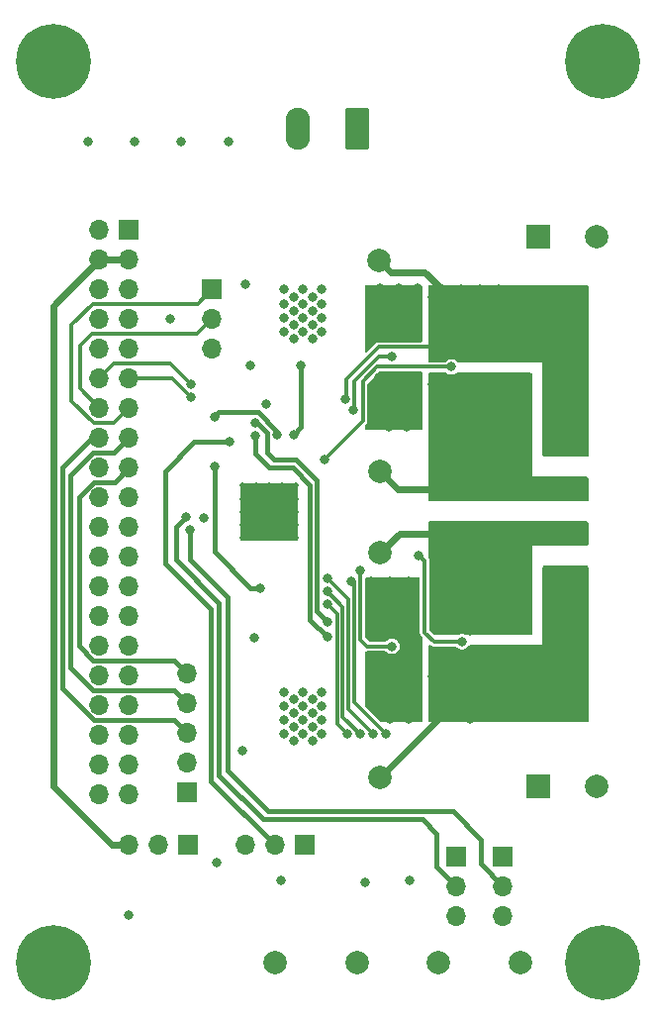
<source format=gbl>
%TF.GenerationSoftware,KiCad,Pcbnew,(6.0.5)*%
%TF.CreationDate,2024-12-30T17:36:42+01:00*%
%TF.ProjectId,TMC5160_Dev,544d4335-3136-4305-9f44-65762e6b6963,rev?*%
%TF.SameCoordinates,Original*%
%TF.FileFunction,Copper,L4,Bot*%
%TF.FilePolarity,Positive*%
%FSLAX46Y46*%
G04 Gerber Fmt 4.6, Leading zero omitted, Abs format (unit mm)*
G04 Created by KiCad (PCBNEW (6.0.5)) date 2024-12-30 17:36:42*
%MOMM*%
%LPD*%
G01*
G04 APERTURE LIST*
G04 Aperture macros list*
%AMRoundRect*
0 Rectangle with rounded corners*
0 $1 Rounding radius*
0 $2 $3 $4 $5 $6 $7 $8 $9 X,Y pos of 4 corners*
0 Add a 4 corners polygon primitive as box body*
4,1,4,$2,$3,$4,$5,$6,$7,$8,$9,$2,$3,0*
0 Add four circle primitives for the rounded corners*
1,1,$1+$1,$2,$3*
1,1,$1+$1,$4,$5*
1,1,$1+$1,$6,$7*
1,1,$1+$1,$8,$9*
0 Add four rect primitives between the rounded corners*
20,1,$1+$1,$2,$3,$4,$5,0*
20,1,$1+$1,$4,$5,$6,$7,0*
20,1,$1+$1,$6,$7,$8,$9,0*
20,1,$1+$1,$8,$9,$2,$3,0*%
G04 Aperture macros list end*
%TA.AperFunction,ComponentPad*%
%ADD10R,2.000000X2.000000*%
%TD*%
%TA.AperFunction,ComponentPad*%
%ADD11C,2.000000*%
%TD*%
%TA.AperFunction,ComponentPad*%
%ADD12RoundRect,0.249999X0.790001X1.550001X-0.790001X1.550001X-0.790001X-1.550001X0.790001X-1.550001X0*%
%TD*%
%TA.AperFunction,ComponentPad*%
%ADD13O,2.080000X3.600000*%
%TD*%
%TA.AperFunction,ComponentPad*%
%ADD14R,1.700000X1.700000*%
%TD*%
%TA.AperFunction,ComponentPad*%
%ADD15O,1.700000X1.700000*%
%TD*%
%TA.AperFunction,ComponentPad*%
%ADD16C,6.400000*%
%TD*%
%TA.AperFunction,ComponentPad*%
%ADD17C,0.500000*%
%TD*%
%TA.AperFunction,SMDPad,CuDef*%
%ADD18R,5.000000X5.000000*%
%TD*%
%TA.AperFunction,ComponentPad*%
%ADD19RoundRect,0.250000X1.550000X-0.650000X1.550000X0.650000X-1.550000X0.650000X-1.550000X-0.650000X0*%
%TD*%
%TA.AperFunction,ComponentPad*%
%ADD20O,3.600000X1.800000*%
%TD*%
%TA.AperFunction,ViaPad*%
%ADD21C,0.800000*%
%TD*%
%TA.AperFunction,Conductor*%
%ADD22C,0.600000*%
%TD*%
%TA.AperFunction,Conductor*%
%ADD23C,0.400000*%
%TD*%
%TA.AperFunction,Conductor*%
%ADD24C,0.300000*%
%TD*%
G04 APERTURE END LIST*
D10*
%TO.P,C15,1*%
%TO.N,/VM*%
X166542323Y-82000000D03*
D11*
%TO.P,C15,2*%
%TO.N,GND*%
X171542323Y-82000000D03*
%TD*%
D12*
%TO.P,J6,1,Pin_1*%
%TO.N,/VM*%
X151040000Y-72777500D03*
D13*
%TO.P,J6,2,Pin_2*%
%TO.N,GND*%
X145960000Y-72777500D03*
%TD*%
D14*
%TO.P,J9,1,Pin_1*%
%TO.N,/STEP*%
X138600000Y-86460000D03*
D15*
%TO.P,J9,2,Pin_2*%
%TO.N,/DIR*%
X138600000Y-89000000D03*
%TO.P,J9,3,Pin_3*%
%TO.N,GND*%
X138600000Y-91540000D03*
%TD*%
D16*
%TO.P,H2,1,1*%
%TO.N,GND*%
X172000000Y-67000000D03*
%TD*%
%TO.P,H4,1,1*%
%TO.N,GND*%
X172000000Y-144000000D03*
%TD*%
D11*
%TO.P,TP5,1,1*%
%TO.N,/BMB1*%
X152900000Y-84000000D03*
%TD*%
D17*
%TO.P,U1,49,EP*%
%TO.N,GND*%
X141250000Y-106625000D03*
D18*
X143500000Y-105500000D03*
D17*
X144625000Y-107750000D03*
X145750000Y-107750000D03*
X141250000Y-105500000D03*
X144625000Y-103250000D03*
X141250000Y-104375000D03*
X145750000Y-105500000D03*
X141250000Y-103250000D03*
X144625000Y-106625000D03*
X145750000Y-103250000D03*
X144625000Y-104375000D03*
X143500000Y-107750000D03*
X144625000Y-105500000D03*
X145750000Y-104375000D03*
X142375000Y-106625000D03*
X142375000Y-104375000D03*
X142375000Y-107750000D03*
X143500000Y-104375000D03*
X143500000Y-105500000D03*
X143500000Y-106625000D03*
X142375000Y-103250000D03*
X143500000Y-103250000D03*
X142375000Y-105500000D03*
X141250000Y-107750000D03*
X145750000Y-106625000D03*
%TD*%
D11*
%TO.P,TP2,1,1*%
%TO.N,GND*%
X151000000Y-144000000D03*
%TD*%
D14*
%TO.P,J8,1,Pin_1*%
%TO.N,VCC*%
X136500000Y-129500000D03*
D15*
%TO.P,J8,2,Pin_2*%
%TO.N,GND*%
X136500000Y-126960000D03*
%TO.P,J8,3,Pin_3*%
%TO.N,/ENCA*%
X136500000Y-124420000D03*
%TO.P,J8,4,Pin_4*%
%TO.N,/ENCB*%
X136500000Y-121880000D03*
%TO.P,J8,5,Pin_5*%
%TO.N,/ENCN*%
X136500000Y-119340000D03*
%TD*%
D14*
%TO.P,J4,1,Pin_1*%
%TO.N,VCC*%
X159500000Y-134960000D03*
D15*
%TO.P,J4,2,Pin_2*%
%TO.N,Net-(J4-Pad2)*%
X159500000Y-137500000D03*
%TO.P,J4,3,Pin_3*%
%TO.N,GND*%
X159500000Y-140040000D03*
%TD*%
D19*
%TO.P,J7,1,Pin_1*%
%TO.N,/BMA2*%
X168817500Y-111160000D03*
D20*
%TO.P,J7,2,Pin_2*%
%TO.N,/BMA1*%
X168817500Y-107350000D03*
%TO.P,J7,3,Pin_3*%
%TO.N,/BMB2*%
X168817500Y-103540000D03*
%TO.P,J7,4,Pin_4*%
%TO.N,/BMB1*%
X168817500Y-99730000D03*
%TD*%
D14*
%TO.P,J5,1,Pin_1*%
%TO.N,VCC*%
X163500000Y-134960000D03*
D15*
%TO.P,J5,2,Pin_2*%
%TO.N,Net-(J5-Pad2)*%
X163500000Y-137500000D03*
%TO.P,J5,3,Pin_3*%
%TO.N,GND*%
X163500000Y-140040000D03*
%TD*%
D11*
%TO.P,TP6,1,1*%
%TO.N,/BMB2*%
X153000000Y-102000000D03*
%TD*%
D10*
%TO.P,C14,1*%
%TO.N,/VM*%
X166542323Y-129000000D03*
D11*
%TO.P,C14,2*%
%TO.N,GND*%
X171542323Y-129000000D03*
%TD*%
D16*
%TO.P,H3,1,1*%
%TO.N,GND*%
X125000000Y-144000000D03*
%TD*%
D11*
%TO.P,TP7,1,1*%
%TO.N,/BMA1*%
X153000000Y-109000000D03*
%TD*%
D16*
%TO.P,H1,1,1*%
%TO.N,GND*%
X125000000Y-67000000D03*
%TD*%
D11*
%TO.P,TP4,1,1*%
%TO.N,GND*%
X165000000Y-144000000D03*
%TD*%
D14*
%TO.P,J2,1,Pin_1*%
%TO.N,Net-(J2-Pad1)*%
X146500000Y-134000000D03*
D15*
%TO.P,J2,2,Pin_2*%
%TO.N,/CLK_16*%
X143960000Y-134000000D03*
%TO.P,J2,3,Pin_3*%
%TO.N,GND*%
X141420000Y-134000000D03*
%TD*%
D11*
%TO.P,TP3,1,1*%
%TO.N,GND*%
X158000000Y-144000000D03*
%TD*%
D14*
%TO.P,J3,1,Pin_1*%
%TO.N,GND*%
X131500000Y-81370000D03*
D15*
%TO.P,J3,2,Pin_2*%
X128960000Y-81370000D03*
%TO.P,J3,3,Pin_3*%
%TO.N,+5V*%
X131500000Y-83910000D03*
%TO.P,J3,4,Pin_4*%
X128960000Y-83910000D03*
%TO.P,J3,5,Pin_5*%
%TO.N,/LED0*%
X131500000Y-86450000D03*
%TO.P,J3,6,Pin_6*%
%TO.N,/LED1*%
X128960000Y-86450000D03*
%TO.P,J3,7,Pin_7*%
%TO.N,/LED2*%
X131500000Y-88990000D03*
%TO.P,J3,8,Pin_8*%
%TO.N,/LED3*%
X128960000Y-88990000D03*
%TO.P,J3,9,Pin_9*%
%TO.N,/MOSI*%
X131500000Y-91530000D03*
%TO.P,J3,10,Pin_10*%
%TO.N,/MISO*%
X128960000Y-91530000D03*
%TO.P,J3,11,Pin_11*%
%TO.N,/SCK*%
X131500000Y-94070000D03*
%TO.P,J3,12,Pin_12*%
%TO.N,/CS_N*%
X128960000Y-94070000D03*
%TO.P,J3,13,Pin_13*%
%TO.N,/STEP*%
X131500000Y-96610000D03*
%TO.P,J3,14,Pin_14*%
%TO.N,/DIR*%
X128960000Y-96610000D03*
%TO.P,J3,15,Pin_15*%
%TO.N,/ENCB*%
X131500000Y-99150000D03*
%TO.P,J3,16,Pin_16*%
%TO.N,/ENCA*%
X128960000Y-99150000D03*
%TO.P,J3,17,Pin_17*%
%TO.N,/ENCN*%
X131500000Y-101690000D03*
%TO.P,J3,18,Pin_18*%
%TO.N,unconnected-(J3-Pad18)*%
X128960000Y-101690000D03*
%TO.P,J3,19,Pin_19*%
%TO.N,GND*%
X131500000Y-104230000D03*
%TO.P,J3,20,Pin_20*%
X128960000Y-104230000D03*
%TO.P,J3,21,Pin_21*%
%TO.N,/DIAG0*%
X131500000Y-106770000D03*
%TO.P,J3,22,Pin_22*%
%TO.N,/DIAG1*%
X128960000Y-106770000D03*
%TO.P,J3,23,Pin_23*%
%TO.N,/DRV_EN*%
X131500000Y-109310000D03*
%TO.P,J3,24,Pin_24*%
%TO.N,unconnected-(J3-Pad24)*%
X128960000Y-109310000D03*
%TO.P,J3,25,Pin_25*%
%TO.N,unconnected-(J3-Pad25)*%
X131500000Y-111850000D03*
%TO.P,J3,26,Pin_26*%
%TO.N,unconnected-(J3-Pad26)*%
X128960000Y-111850000D03*
%TO.P,J3,27,Pin_27*%
%TO.N,unconnected-(J3-Pad27)*%
X131500000Y-114390000D03*
%TO.P,J3,28,Pin_28*%
%TO.N,unconnected-(J3-Pad28)*%
X128960000Y-114390000D03*
%TO.P,J3,29,Pin_29*%
%TO.N,unconnected-(J3-Pad29)*%
X131500000Y-116930000D03*
%TO.P,J3,30,Pin_30*%
%TO.N,unconnected-(J3-Pad30)*%
X128960000Y-116930000D03*
%TO.P,J3,31,Pin_31*%
%TO.N,unconnected-(J3-Pad31)*%
X131500000Y-119470000D03*
%TO.P,J3,32,Pin_32*%
%TO.N,unconnected-(J3-Pad32)*%
X128960000Y-119470000D03*
%TO.P,J3,33,Pin_33*%
%TO.N,unconnected-(J3-Pad33)*%
X131500000Y-122010000D03*
%TO.P,J3,34,Pin_34*%
%TO.N,unconnected-(J3-Pad34)*%
X128960000Y-122010000D03*
%TO.P,J3,35,Pin_35*%
%TO.N,unconnected-(J3-Pad35)*%
X131500000Y-124550000D03*
%TO.P,J3,36,Pin_36*%
%TO.N,unconnected-(J3-Pad36)*%
X128960000Y-124550000D03*
%TO.P,J3,37,Pin_37*%
%TO.N,GND*%
X131500000Y-127090000D03*
%TO.P,J3,38,Pin_38*%
X128960000Y-127090000D03*
%TO.P,J3,39,Pin_39*%
%TO.N,/VM*%
X131500000Y-129630000D03*
%TO.P,J3,40,Pin_40*%
X128960000Y-129630000D03*
%TD*%
D11*
%TO.P,TP1,1,1*%
%TO.N,GND*%
X144000000Y-144000000D03*
%TD*%
D14*
%TO.P,J1,1,Pin_1*%
%TO.N,+3V3*%
X136525000Y-134000000D03*
D15*
%TO.P,J1,2,Pin_2*%
%TO.N,VCC*%
X133985000Y-134000000D03*
%TO.P,J1,3,Pin_3*%
%TO.N,+5V*%
X131445000Y-134000000D03*
%TD*%
D11*
%TO.P,TP8,1,1*%
%TO.N,/BMA2*%
X153000000Y-128200000D03*
%TD*%
D21*
%TO.N,/VM*%
X145572681Y-98883369D03*
X146200000Y-93000000D03*
%TO.N,Net-(C8-Pad2)*%
X138800000Y-97400000D03*
X144200000Y-98900000D03*
%TO.N,Net-(C9-Pad2)*%
X142700000Y-112000000D03*
X138800000Y-101600000D03*
%TO.N,/BMA1*%
X161500000Y-111500000D03*
X162300000Y-113300000D03*
X158300000Y-111500000D03*
X159900000Y-112700000D03*
X161500000Y-113900000D03*
X159100000Y-112100000D03*
X160700000Y-113300000D03*
X160700000Y-114500000D03*
X160700000Y-112100000D03*
X161500000Y-112700000D03*
X159900000Y-115100000D03*
X163100000Y-111500000D03*
X159900000Y-111500000D03*
X162300000Y-112100000D03*
X160700000Y-115700000D03*
X161500000Y-115100000D03*
X159900000Y-113900000D03*
X162300000Y-114500000D03*
%TO.N,/CA2*%
X148500000Y-113400000D03*
X150200000Y-124500000D03*
%TO.N,/BMA2*%
X152400000Y-124500000D03*
X161500000Y-119000000D03*
X160700000Y-122000000D03*
X161500000Y-121400000D03*
X163100000Y-119000000D03*
X158300000Y-119000000D03*
X159900000Y-122600000D03*
X148500000Y-111200000D03*
X161500000Y-120200000D03*
X161500000Y-122600000D03*
X157500000Y-119600000D03*
X159900000Y-120200000D03*
X159100000Y-119600000D03*
X159900000Y-121400000D03*
X162300000Y-119600000D03*
X162300000Y-122000000D03*
X162300000Y-120800000D03*
X160700000Y-123200000D03*
X159900000Y-119000000D03*
X160700000Y-119600000D03*
X160700000Y-120800000D03*
%TO.N,/BMB1*%
X160700000Y-89500000D03*
X161500000Y-90100000D03*
X159100000Y-87100000D03*
X160700000Y-90700000D03*
X159900000Y-88900000D03*
X159900000Y-87700000D03*
X157500000Y-87100000D03*
X161500000Y-88900000D03*
X161500000Y-86500000D03*
X150000000Y-95900000D03*
X158300000Y-86500000D03*
X160700000Y-87100000D03*
X159900000Y-90100000D03*
X159900000Y-86500000D03*
X162300000Y-88300000D03*
X160700000Y-88300000D03*
X163100000Y-86500000D03*
X162300000Y-87100000D03*
X162300000Y-89500000D03*
X161500000Y-87700000D03*
%TO.N,/BMB2*%
X157500000Y-94600000D03*
X160700000Y-97000000D03*
X162300000Y-97000000D03*
X160700000Y-95800000D03*
X159900000Y-94000000D03*
X161500000Y-95200000D03*
X162300000Y-95800000D03*
X160700000Y-94600000D03*
X161500000Y-94000000D03*
X162300000Y-94600000D03*
X158300000Y-94100000D03*
X159900000Y-96400000D03*
X161500000Y-96400000D03*
X159100000Y-94600000D03*
X160700000Y-98200000D03*
X163100000Y-94000000D03*
X159900000Y-95200000D03*
X161500000Y-97600000D03*
X159900000Y-97600000D03*
%TO.N,/CLK_16*%
X140100000Y-99500000D03*
%TO.N,Net-(J4-Pad2)*%
X136400000Y-105900000D03*
%TO.N,Net-(J5-Pad2)*%
X136700000Y-107000000D03*
%TO.N,Net-(Q2-Pad1)*%
X153800000Y-111400000D03*
X154600000Y-113200000D03*
X153800000Y-120800000D03*
X152200000Y-112600000D03*
X156200000Y-119000000D03*
X153000000Y-112000000D03*
X155400000Y-115000000D03*
X155400000Y-119600000D03*
X153000000Y-114400000D03*
X152200000Y-115000000D03*
X153000000Y-113200000D03*
X154600000Y-115600000D03*
X153800000Y-118400000D03*
X153800000Y-119600000D03*
X155400000Y-118400000D03*
X153800000Y-122000000D03*
X153000000Y-115600000D03*
X154600000Y-119000000D03*
X155400000Y-120800000D03*
X155400000Y-113800000D03*
X155400000Y-123200000D03*
X155400000Y-111400000D03*
X153800000Y-113800000D03*
X152200000Y-111400000D03*
X153800000Y-112600000D03*
X155400000Y-122000000D03*
X153800000Y-115000000D03*
X153800000Y-123200000D03*
X154600000Y-114400000D03*
X154600000Y-121400000D03*
X152200000Y-113800000D03*
X154600000Y-120200000D03*
X154600000Y-122600000D03*
X155400000Y-112600000D03*
X154600000Y-112000000D03*
%TO.N,Net-(Q4-Pad1)*%
X152900000Y-97600000D03*
X155300000Y-98200000D03*
X156100000Y-94000000D03*
X155400000Y-88200000D03*
X155300000Y-95800000D03*
X156200000Y-86400000D03*
X153000000Y-86400000D03*
X152900000Y-95200000D03*
X153800000Y-87000000D03*
X155400000Y-89400000D03*
X153700000Y-95800000D03*
X154500000Y-95200000D03*
X153700000Y-97000000D03*
X154500000Y-94000000D03*
X154600000Y-87600000D03*
X153800000Y-88200000D03*
X155300000Y-94600000D03*
X153000000Y-87600000D03*
X155400000Y-90600000D03*
X153800000Y-90600000D03*
X154500000Y-96400000D03*
X155300000Y-97000000D03*
X152900000Y-94000000D03*
X153700000Y-98200000D03*
X152900000Y-96400000D03*
X155400000Y-87000000D03*
X154600000Y-90000000D03*
X153800000Y-89400000D03*
X154500000Y-97600000D03*
X153700000Y-94600000D03*
X154600000Y-86400000D03*
X154600000Y-88800000D03*
%TO.N,/HA1*%
X156300000Y-109200000D03*
X160000000Y-116600000D03*
%TO.N,/LA1*%
X154000000Y-117000000D03*
X151300000Y-110500000D03*
%TO.N,/HB1*%
X159100000Y-93100000D03*
X148200000Y-101000000D03*
%TO.N,/LB1*%
X150700000Y-96800000D03*
X154000000Y-92200000D03*
%TO.N,/SRAH*%
X148500000Y-116200000D03*
X142300000Y-99000000D03*
%TO.N,/SRAL*%
X142300000Y-97900000D03*
X148500000Y-114900000D03*
%TO.N,/HA2*%
X151300497Y-124500000D03*
X148500000Y-112300000D03*
%TO.N,/LA2*%
X150550500Y-111400000D03*
X153500000Y-124500000D03*
%TO.N,GND*%
X144800000Y-123300000D03*
X145600000Y-122700000D03*
X148000000Y-86500000D03*
X148000000Y-123300000D03*
X142200000Y-116300000D03*
X145600000Y-125100000D03*
X147200000Y-122700000D03*
X147200000Y-87100000D03*
X148000000Y-88900000D03*
X145600000Y-87100000D03*
X148000000Y-122100000D03*
X146400000Y-88900000D03*
X147200000Y-88300000D03*
X144800000Y-120900000D03*
X144800000Y-122100000D03*
X144800000Y-90100000D03*
X146400000Y-123300000D03*
X147200000Y-121500000D03*
X145600000Y-121500000D03*
X146400000Y-90100000D03*
X144500000Y-137000000D03*
X146400000Y-86500000D03*
X148000000Y-120900000D03*
X147200000Y-89500000D03*
X144800000Y-86500000D03*
X141900000Y-93000000D03*
X145600000Y-90700000D03*
X155500000Y-137000000D03*
X147200000Y-90700000D03*
X145600000Y-89500000D03*
X144800000Y-88900000D03*
X144800000Y-124500000D03*
X146400000Y-124500000D03*
X147200000Y-123900000D03*
X144800000Y-87700000D03*
X145600000Y-88300000D03*
X143200000Y-96300000D03*
X148000000Y-87700000D03*
X145600000Y-123900000D03*
X146400000Y-87700000D03*
X147200000Y-125100000D03*
X131500000Y-140000000D03*
X148000000Y-124500000D03*
X146400000Y-122100000D03*
X146400000Y-120900000D03*
X148000000Y-90100000D03*
X139000000Y-135500000D03*
X151700000Y-137200000D03*
%TO.N,VCC*%
X136000000Y-73887500D03*
X141500000Y-86000000D03*
X132000000Y-73887500D03*
X135000000Y-89000000D03*
X141200000Y-125900000D03*
X140000000Y-73887500D03*
X128000000Y-73887500D03*
X137900000Y-106000000D03*
%TO.N,/CS_N*%
X136800000Y-94600000D03*
%TO.N,/SCK*%
X136800000Y-95700000D03*
%TD*%
D22*
%TO.N,+5V*%
X130000000Y-134000000D02*
X125000000Y-129000000D01*
X131500000Y-83910000D02*
X128960000Y-83910000D01*
X131445000Y-134000000D02*
X130000000Y-134000000D01*
X125000000Y-129000000D02*
X125000000Y-87870000D01*
X125000000Y-87870000D02*
X128960000Y-83910000D01*
D23*
%TO.N,/VM*%
X146200000Y-98256050D02*
X145572681Y-98883369D01*
X146200000Y-93000000D02*
X146200000Y-98256050D01*
%TO.N,Net-(C8-Pad2)*%
X142530680Y-97000000D02*
X139200000Y-97000000D01*
X139200000Y-97000000D02*
X138800000Y-97400000D01*
X144200000Y-98669320D02*
X142530680Y-97000000D01*
X144200000Y-98900000D02*
X144200000Y-98669320D01*
%TO.N,Net-(C9-Pad2)*%
X138800000Y-108900000D02*
X138800000Y-101600000D01*
X141900000Y-112000000D02*
X138800000Y-108900000D01*
X142700000Y-112000000D02*
X141900000Y-112000000D01*
D22*
%TO.N,/BMA1*%
X154650000Y-107350000D02*
X153000000Y-109000000D01*
X168817500Y-107350000D02*
X154650000Y-107350000D01*
D24*
%TO.N,/CA2*%
X148500000Y-113400000D02*
X149300000Y-114200000D01*
X149300000Y-123600000D02*
X150200000Y-124500000D01*
X149300000Y-114200000D02*
X149300000Y-123600000D01*
%TO.N,/BMA2*%
X150300000Y-122400000D02*
X152400000Y-124500000D01*
X148500000Y-111200000D02*
X150300000Y-113000000D01*
D22*
X158600000Y-122600000D02*
X159900000Y-122600000D01*
X153000000Y-128200000D02*
X158600000Y-122600000D01*
D24*
X150300000Y-113000000D02*
X150300000Y-122400000D01*
D22*
%TO.N,/BMB1*%
X156800000Y-85000000D02*
X158300000Y-86500000D01*
D24*
X150100000Y-94200000D02*
X152900000Y-91400000D01*
D22*
X153900000Y-85000000D02*
X156800000Y-85000000D01*
D24*
X150000000Y-95900000D02*
X150100000Y-95800000D01*
D22*
X152900000Y-84000000D02*
X153900000Y-85000000D01*
D24*
X150100000Y-95800000D02*
X150100000Y-94200000D01*
X158600000Y-91400000D02*
X159900000Y-90100000D01*
X152900000Y-91400000D02*
X158600000Y-91400000D01*
D22*
%TO.N,/BMB2*%
X168817500Y-103540000D02*
X154540000Y-103540000D01*
X154540000Y-103540000D02*
X153000000Y-102000000D01*
D23*
%TO.N,/CLK_16*%
X134600000Y-109900000D02*
X138500000Y-113800000D01*
X134600000Y-102000000D02*
X134600000Y-109900000D01*
X138500000Y-128540000D02*
X143960000Y-134000000D01*
X140100000Y-99500000D02*
X137100000Y-99500000D01*
X137100000Y-99500000D02*
X134600000Y-102000000D01*
X138500000Y-113800000D02*
X138500000Y-128540000D01*
%TO.N,Net-(J4-Pad2)*%
X156600000Y-131800000D02*
X157800000Y-133000000D01*
X136400000Y-105900000D02*
X135500000Y-106800000D01*
X135500000Y-106800000D02*
X135500000Y-109600000D01*
X157800000Y-133000000D02*
X157800000Y-135800000D01*
X157800000Y-135800000D02*
X159500000Y-137500000D01*
X143000000Y-131800000D02*
X156600000Y-131800000D01*
X135500000Y-109600000D02*
X139200000Y-113300000D01*
X139200000Y-113300000D02*
X139200000Y-128000000D01*
X139200000Y-128000000D02*
X143000000Y-131800000D01*
%TO.N,Net-(J5-Pad2)*%
X161600000Y-135600000D02*
X163500000Y-137500000D01*
X139900000Y-112800000D02*
X139900000Y-127600000D01*
X159200000Y-131100000D02*
X161600000Y-133500000D01*
X136700000Y-109600000D02*
X139900000Y-112800000D01*
X139900000Y-127600000D02*
X143400000Y-131100000D01*
X136700000Y-107000000D02*
X136700000Y-109600000D01*
X161600000Y-133500000D02*
X161600000Y-135600000D01*
X143400000Y-131100000D02*
X159200000Y-131100000D01*
D24*
%TO.N,/HA1*%
X156800000Y-109700000D02*
X156800000Y-115800000D01*
X156800000Y-115800000D02*
X157600000Y-116600000D01*
X157600000Y-116600000D02*
X160000000Y-116600000D01*
X156300000Y-109200000D02*
X156800000Y-109700000D01*
%TO.N,/LA1*%
X151900000Y-117000000D02*
X151300000Y-116400000D01*
X151300000Y-116400000D02*
X151300000Y-110500000D01*
X154000000Y-117000000D02*
X151900000Y-117000000D01*
%TO.N,/HB1*%
X152740030Y-93100000D02*
X151500000Y-94340030D01*
X151500000Y-97700000D02*
X148200000Y-101000000D01*
X159100000Y-93100000D02*
X152740030Y-93100000D01*
X151500000Y-94340030D02*
X151500000Y-97700000D01*
%TO.N,/LB1*%
X150800000Y-94300000D02*
X150800000Y-96700000D01*
X154000000Y-92200000D02*
X152900000Y-92200000D01*
X152900000Y-92200000D02*
X150800000Y-94300000D01*
X150800000Y-96700000D02*
X150700000Y-96800000D01*
D23*
%TO.N,/SRAH*%
X142300000Y-99000000D02*
X142300000Y-100500000D01*
X145499022Y-101700000D02*
X147000000Y-103200978D01*
X147000000Y-114700000D02*
X148500000Y-116200000D01*
X147000000Y-103200978D02*
X147000000Y-114700000D01*
X142300000Y-100500000D02*
X143500000Y-101700000D01*
X143500000Y-101700000D02*
X145499022Y-101700000D01*
%TO.N,/SRAL*%
X147599520Y-113999520D02*
X148500000Y-114900000D01*
X142300000Y-97900000D02*
X142500000Y-97900000D01*
X143300000Y-98700000D02*
X143300000Y-100400000D01*
X145800000Y-101000000D02*
X147599520Y-102799520D01*
X143300000Y-100400000D02*
X143900000Y-101000000D01*
X147599520Y-102799520D02*
X147599520Y-113999520D01*
X143900000Y-101000000D02*
X145800000Y-101000000D01*
X142500000Y-97900000D02*
X143300000Y-98700000D01*
D24*
%TO.N,/HA2*%
X149800480Y-122999983D02*
X151300497Y-124500000D01*
X149800480Y-113600480D02*
X149800480Y-122999983D01*
X148500000Y-112300000D02*
X149800480Y-113600480D01*
%TO.N,/LA2*%
X150550500Y-111400000D02*
X150800000Y-111649500D01*
X150800000Y-111649500D02*
X150800000Y-121800000D01*
X150800000Y-121800000D02*
X153500000Y-124500000D01*
%TO.N,/CS_N*%
X130230000Y-92800000D02*
X128960000Y-94070000D01*
X136800000Y-94600000D02*
X135000000Y-92800000D01*
X135000000Y-92800000D02*
X130230000Y-92800000D01*
%TO.N,/SCK*%
X136800000Y-95700000D02*
X135170000Y-94070000D01*
X135170000Y-94070000D02*
X131500000Y-94070000D01*
%TO.N,/STEP*%
X128400000Y-87700000D02*
X126600000Y-89500000D01*
X138600000Y-86460000D02*
X137360000Y-87700000D01*
X128476817Y-97900000D02*
X130210000Y-97900000D01*
X130210000Y-97900000D02*
X131500000Y-96610000D01*
X126600000Y-89500000D02*
X126600000Y-96023183D01*
X126600000Y-96023183D02*
X128476817Y-97900000D01*
X137360000Y-87700000D02*
X128400000Y-87700000D01*
%TO.N,/DIR*%
X127300000Y-94950000D02*
X128960000Y-96610000D01*
X127300000Y-91300000D02*
X127300000Y-94950000D01*
X137300000Y-90300000D02*
X128300000Y-90300000D01*
X138600000Y-89000000D02*
X137300000Y-90300000D01*
X128300000Y-90300000D02*
X127300000Y-91300000D01*
D23*
%TO.N,/ENCB*%
X126500000Y-118818054D02*
X128401457Y-120719511D01*
X128401457Y-120719511D02*
X135339511Y-120719511D01*
X126500000Y-102382924D02*
X126500000Y-118818054D01*
X128442435Y-100440489D02*
X126500000Y-102382924D01*
X135339511Y-120719511D02*
X136500000Y-121880000D01*
X131500000Y-99150000D02*
X130209511Y-100440489D01*
X130209511Y-100440489D02*
X128442435Y-100440489D01*
%TO.N,/ENCA*%
X135380000Y-123300000D02*
X136500000Y-124420000D01*
X125800000Y-120617076D02*
X128482924Y-123300000D01*
X128482924Y-123300000D02*
X135380000Y-123300000D01*
X128350000Y-99150000D02*
X125800000Y-101700000D01*
X125800000Y-101700000D02*
X125800000Y-120617076D01*
X128960000Y-99150000D02*
X128350000Y-99150000D01*
%TO.N,/ENCN*%
X127200000Y-104222924D02*
X127200000Y-116978054D01*
X131500000Y-101690000D02*
X130250489Y-102939511D01*
X127200000Y-116978054D02*
X128442435Y-118220489D01*
X135380489Y-118220489D02*
X136500000Y-119340000D01*
X128442435Y-118220489D02*
X135380489Y-118220489D01*
X130250489Y-102939511D02*
X128483413Y-102939511D01*
X128483413Y-102939511D02*
X127200000Y-104222924D01*
%TD*%
%TA.AperFunction,Conductor*%
%TO.N,/BMA1*%
G36*
X163500000Y-116000000D02*
G01*
X160296878Y-116000000D01*
X160250915Y-115988582D01*
X160250079Y-115990760D01*
X160242983Y-115988036D01*
X160236274Y-115984484D01*
X160082633Y-115945892D01*
X160075034Y-115945852D01*
X160075033Y-115945852D01*
X160009181Y-115945507D01*
X159924221Y-115945062D01*
X159916841Y-115946834D01*
X159916839Y-115946834D01*
X159777563Y-115980271D01*
X159777560Y-115980272D01*
X159770184Y-115982043D01*
X159763442Y-115985523D01*
X159763439Y-115985524D01*
X159762581Y-115985967D01*
X159761623Y-115986200D01*
X159756314Y-115988174D01*
X159756080Y-115987546D01*
X159704793Y-116000000D01*
X157624240Y-116000000D01*
X157556119Y-115979998D01*
X157535145Y-115963095D01*
X157241405Y-115669355D01*
X157207379Y-115607043D01*
X157204500Y-115580260D01*
X157204500Y-111100000D01*
X163500000Y-111100000D01*
X163500000Y-116000000D01*
G37*
%TD.AperFunction*%
%TD*%
%TA.AperFunction,Conductor*%
%TO.N,Net-(Q4-Pad1)*%
G36*
X156542121Y-93524502D02*
G01*
X156588614Y-93578158D01*
X156600000Y-93630500D01*
X156600000Y-98374000D01*
X156579998Y-98442121D01*
X156526342Y-98488614D01*
X156474000Y-98500000D01*
X151826000Y-98500000D01*
X151757879Y-98479998D01*
X151711386Y-98426342D01*
X151700000Y-98374000D01*
X151700000Y-98124239D01*
X151720002Y-98056118D01*
X151736905Y-98035144D01*
X151831326Y-97940723D01*
X151841457Y-97920840D01*
X151851784Y-97903987D01*
X151864905Y-97885929D01*
X151871801Y-97864704D01*
X151879367Y-97846438D01*
X151884997Y-97835388D01*
X151889498Y-97826555D01*
X151892989Y-97804513D01*
X151897605Y-97785287D01*
X151901435Y-97773500D01*
X151901435Y-97773498D01*
X151904500Y-97764066D01*
X151904500Y-94559770D01*
X151924502Y-94491649D01*
X151941405Y-94470675D01*
X152870675Y-93541405D01*
X152932987Y-93507379D01*
X152959770Y-93504500D01*
X156474000Y-93504500D01*
X156542121Y-93524502D01*
G37*
%TD.AperFunction*%
%TA.AperFunction,Conductor*%
G36*
X156542121Y-86120002D02*
G01*
X156588614Y-86173658D01*
X156600000Y-86226000D01*
X156600000Y-90869500D01*
X156579998Y-90937621D01*
X156526342Y-90984114D01*
X156474000Y-90995500D01*
X152835934Y-90995500D01*
X152826502Y-90998565D01*
X152826500Y-90998565D01*
X152814713Y-91002395D01*
X152795487Y-91007011D01*
X152773445Y-91010502D01*
X152753562Y-91020633D01*
X152735296Y-91028199D01*
X152714071Y-91035095D01*
X152706047Y-91040925D01*
X152696011Y-91048216D01*
X152679156Y-91058545D01*
X152659277Y-91068674D01*
X152636489Y-91091462D01*
X152636485Y-91091465D01*
X151915095Y-91812855D01*
X151852783Y-91846881D01*
X151781968Y-91841816D01*
X151725132Y-91799269D01*
X151700321Y-91732749D01*
X151700000Y-91723760D01*
X151700000Y-86226000D01*
X151720002Y-86157879D01*
X151773658Y-86111386D01*
X151826000Y-86100000D01*
X156474000Y-86100000D01*
X156542121Y-86120002D01*
G37*
%TD.AperFunction*%
%TD*%
%TA.AperFunction,Conductor*%
%TO.N,/BMA2*%
G36*
X163500000Y-123500000D02*
G01*
X157226000Y-123500000D01*
X157157879Y-123479998D01*
X157111386Y-123426342D01*
X157100000Y-123374000D01*
X157100000Y-118600000D01*
X163500000Y-118600000D01*
X163500000Y-123500000D01*
G37*
%TD.AperFunction*%
%TD*%
%TA.AperFunction,Conductor*%
%TO.N,/BMB1*%
G36*
X163500000Y-91000000D02*
G01*
X157100000Y-91000000D01*
X157100000Y-86226000D01*
X157120002Y-86157879D01*
X157173658Y-86111386D01*
X157226000Y-86100000D01*
X163500000Y-86100000D01*
X163500000Y-91000000D01*
G37*
%TD.AperFunction*%
%TD*%
%TA.AperFunction,Conductor*%
%TO.N,Net-(Q2-Pad1)*%
G36*
X156337621Y-111120002D02*
G01*
X156384114Y-111173658D01*
X156395500Y-111226000D01*
X156395500Y-115864066D01*
X156398565Y-115873498D01*
X156398565Y-115873500D01*
X156402395Y-115885287D01*
X156407011Y-115904513D01*
X156410502Y-115926555D01*
X156415003Y-115935388D01*
X156420633Y-115946438D01*
X156428199Y-115964704D01*
X156435095Y-115985929D01*
X156440925Y-115993953D01*
X156448216Y-116003989D01*
X156458545Y-116020844D01*
X156468674Y-116040723D01*
X156491462Y-116063511D01*
X156491465Y-116063515D01*
X156563095Y-116135145D01*
X156597121Y-116197457D01*
X156600000Y-116224240D01*
X156600000Y-123374000D01*
X156579998Y-123442121D01*
X156526342Y-123488614D01*
X156474000Y-123500000D01*
X153124239Y-123500000D01*
X153056118Y-123479998D01*
X153035144Y-123463095D01*
X152386104Y-122814054D01*
X151736905Y-122164855D01*
X151702879Y-122102543D01*
X151700000Y-122075760D01*
X151700000Y-117528927D01*
X151720002Y-117460806D01*
X151773658Y-117414313D01*
X151835934Y-117405812D01*
X151835934Y-117404500D01*
X153423254Y-117404500D01*
X153491375Y-117424502D01*
X153508050Y-117437304D01*
X153618076Y-117537419D01*
X153757293Y-117613008D01*
X153910522Y-117653207D01*
X153994477Y-117654526D01*
X154061319Y-117655576D01*
X154061322Y-117655576D01*
X154068916Y-117655695D01*
X154223332Y-117620329D01*
X154293742Y-117584917D01*
X154358072Y-117552563D01*
X154358075Y-117552561D01*
X154364855Y-117549151D01*
X154370626Y-117544222D01*
X154370629Y-117544220D01*
X154479536Y-117451204D01*
X154479536Y-117451203D01*
X154485314Y-117446269D01*
X154577755Y-117317624D01*
X154636842Y-117170641D01*
X154659162Y-117013807D01*
X154659307Y-117000000D01*
X154640276Y-116842733D01*
X154584280Y-116694546D01*
X154516208Y-116595500D01*
X154498855Y-116570251D01*
X154498854Y-116570249D01*
X154494553Y-116563992D01*
X154488496Y-116558595D01*
X154416803Y-116494720D01*
X154376275Y-116458611D01*
X154368889Y-116454700D01*
X154242988Y-116388039D01*
X154242989Y-116388039D01*
X154236274Y-116384484D01*
X154082633Y-116345892D01*
X154075034Y-116345852D01*
X154075033Y-116345852D01*
X154009181Y-116345507D01*
X153924221Y-116345062D01*
X153916841Y-116346834D01*
X153916839Y-116346834D01*
X153777563Y-116380271D01*
X153777560Y-116380272D01*
X153770184Y-116382043D01*
X153629414Y-116454700D01*
X153623695Y-116459689D01*
X153536294Y-116535934D01*
X153510039Y-116558838D01*
X153509198Y-116557874D01*
X153455349Y-116591050D01*
X153422157Y-116595500D01*
X152119740Y-116595500D01*
X152051619Y-116575498D01*
X152030645Y-116558595D01*
X151741405Y-116269355D01*
X151707379Y-116207043D01*
X151704500Y-116180260D01*
X151704500Y-111226000D01*
X151724502Y-111157879D01*
X151778158Y-111111386D01*
X151830500Y-111100000D01*
X156269500Y-111100000D01*
X156337621Y-111120002D01*
G37*
%TD.AperFunction*%
%TD*%
%TA.AperFunction,Conductor*%
%TO.N,/BMB2*%
G36*
X158696327Y-93620002D02*
G01*
X158711090Y-93631336D01*
X158712463Y-93632312D01*
X158718076Y-93637419D01*
X158857293Y-93713008D01*
X159010522Y-93753207D01*
X159094477Y-93754526D01*
X159161319Y-93755576D01*
X159161322Y-93755576D01*
X159168916Y-93755695D01*
X159323332Y-93720329D01*
X159393742Y-93684917D01*
X159458072Y-93652563D01*
X159458075Y-93652561D01*
X159464855Y-93649151D01*
X159470626Y-93644222D01*
X159470629Y-93644220D01*
X159480044Y-93636178D01*
X159487056Y-93630190D01*
X159551844Y-93601158D01*
X159568887Y-93600000D01*
X163500000Y-93600000D01*
X163500000Y-98500000D01*
X157100000Y-98500000D01*
X157100000Y-93726000D01*
X157120002Y-93657879D01*
X157173658Y-93611386D01*
X157226000Y-93600000D01*
X158628206Y-93600000D01*
X158696327Y-93620002D01*
G37*
%TD.AperFunction*%
%TD*%
%TA.AperFunction,Conductor*%
%TO.N,/BMB1*%
G36*
X170742121Y-86120002D02*
G01*
X170788614Y-86173658D01*
X170800000Y-86226000D01*
X170800000Y-100674000D01*
X170779998Y-100742121D01*
X170726342Y-100788614D01*
X170674000Y-100800000D01*
X167026000Y-100800000D01*
X166957879Y-100779998D01*
X166911386Y-100726342D01*
X166900000Y-100674000D01*
X166900000Y-92700000D01*
X159681973Y-92700000D01*
X159613852Y-92679998D01*
X159594842Y-92663667D01*
X159594553Y-92663992D01*
X159547244Y-92621842D01*
X159476275Y-92558611D01*
X159468889Y-92554700D01*
X159342988Y-92488039D01*
X159342989Y-92488039D01*
X159336274Y-92484484D01*
X159182633Y-92445892D01*
X159175034Y-92445852D01*
X159175033Y-92445852D01*
X159109181Y-92445507D01*
X159024221Y-92445062D01*
X159016841Y-92446834D01*
X159016839Y-92446834D01*
X158877563Y-92480271D01*
X158877560Y-92480272D01*
X158870184Y-92482043D01*
X158729414Y-92554700D01*
X158610039Y-92658838D01*
X158609198Y-92657874D01*
X158555349Y-92691050D01*
X158522157Y-92695500D01*
X157226000Y-92695500D01*
X157157879Y-92675498D01*
X157111386Y-92621842D01*
X157100000Y-92569500D01*
X157100000Y-86226000D01*
X157120002Y-86157879D01*
X157173658Y-86111386D01*
X157226000Y-86100000D01*
X170674000Y-86100000D01*
X170742121Y-86120002D01*
G37*
%TD.AperFunction*%
%TD*%
%TA.AperFunction,Conductor*%
%TO.N,/BMA2*%
G36*
X170742121Y-110120002D02*
G01*
X170788614Y-110173658D01*
X170800000Y-110226000D01*
X170800000Y-123374000D01*
X170779998Y-123442121D01*
X170726342Y-123488614D01*
X170674000Y-123500000D01*
X157226000Y-123500000D01*
X157157879Y-123479998D01*
X157111386Y-123426342D01*
X157100000Y-123374000D01*
X157100000Y-117026000D01*
X157120002Y-116957879D01*
X157173658Y-116911386D01*
X157226000Y-116900000D01*
X157277861Y-116900000D01*
X157345982Y-116920002D01*
X157351925Y-116924066D01*
X157352261Y-116924310D01*
X157359277Y-116931326D01*
X157379154Y-116941454D01*
X157396011Y-116951784D01*
X157400073Y-116954735D01*
X157414071Y-116964905D01*
X157423504Y-116967970D01*
X157435295Y-116971801D01*
X157453561Y-116979366D01*
X157473445Y-116989498D01*
X157483238Y-116991049D01*
X157495487Y-116992989D01*
X157514713Y-116997605D01*
X157526500Y-117001435D01*
X157526502Y-117001435D01*
X157535934Y-117004500D01*
X159423254Y-117004500D01*
X159491375Y-117024502D01*
X159508050Y-117037304D01*
X159618076Y-117137419D01*
X159757293Y-117213008D01*
X159910522Y-117253207D01*
X159994477Y-117254526D01*
X160061319Y-117255576D01*
X160061322Y-117255576D01*
X160068916Y-117255695D01*
X160223332Y-117220329D01*
X160293742Y-117184917D01*
X160358072Y-117152563D01*
X160358075Y-117152561D01*
X160364855Y-117149151D01*
X160370626Y-117144222D01*
X160370629Y-117144220D01*
X160479536Y-117051204D01*
X160479536Y-117051203D01*
X160485314Y-117046269D01*
X160552714Y-116952472D01*
X160608707Y-116908826D01*
X160655035Y-116900000D01*
X166900000Y-116900000D01*
X166900000Y-110226000D01*
X166920002Y-110157879D01*
X166973658Y-110111386D01*
X167026000Y-110100000D01*
X170674000Y-110100000D01*
X170742121Y-110120002D01*
G37*
%TD.AperFunction*%
%TD*%
%TA.AperFunction,Conductor*%
%TO.N,/BMA1*%
G36*
X170742121Y-106320002D02*
G01*
X170788614Y-106373658D01*
X170800000Y-106426000D01*
X170800000Y-108274000D01*
X170779998Y-108342121D01*
X170726342Y-108388614D01*
X170674000Y-108400000D01*
X166000000Y-108400000D01*
X166000000Y-115874000D01*
X165979998Y-115942121D01*
X165926342Y-115988614D01*
X165874000Y-116000000D01*
X160296878Y-116000000D01*
X160250915Y-115988582D01*
X160250079Y-115990760D01*
X160242983Y-115988036D01*
X160236274Y-115984484D01*
X160082633Y-115945892D01*
X160075034Y-115945852D01*
X160075033Y-115945852D01*
X160009181Y-115945507D01*
X159924221Y-115945062D01*
X159916841Y-115946834D01*
X159916839Y-115946834D01*
X159777563Y-115980271D01*
X159777560Y-115980272D01*
X159770184Y-115982043D01*
X159763442Y-115985523D01*
X159763439Y-115985524D01*
X159762581Y-115985967D01*
X159761623Y-115986200D01*
X159756314Y-115988174D01*
X159756080Y-115987546D01*
X159704793Y-116000000D01*
X157624240Y-116000000D01*
X157556119Y-115979998D01*
X157535145Y-115963095D01*
X157241405Y-115669355D01*
X157207379Y-115607043D01*
X157204500Y-115580260D01*
X157204500Y-109635934D01*
X157197605Y-109614713D01*
X157192989Y-109595487D01*
X157191049Y-109583238D01*
X157189498Y-109573445D01*
X157179366Y-109553561D01*
X157171801Y-109535295D01*
X157167970Y-109523504D01*
X157164905Y-109514071D01*
X157151784Y-109496011D01*
X157141454Y-109479154D01*
X157135829Y-109468115D01*
X157131326Y-109459277D01*
X157124310Y-109452261D01*
X157124066Y-109451925D01*
X157100206Y-109385057D01*
X157100000Y-109377861D01*
X157100000Y-106426000D01*
X157120002Y-106357879D01*
X157173658Y-106311386D01*
X157226000Y-106300000D01*
X170674000Y-106300000D01*
X170742121Y-106320002D01*
G37*
%TD.AperFunction*%
%TD*%
%TA.AperFunction,Conductor*%
%TO.N,/BMB2*%
G36*
X158696327Y-93620002D02*
G01*
X158711090Y-93631336D01*
X158712463Y-93632312D01*
X158718076Y-93637419D01*
X158857293Y-93713008D01*
X159010522Y-93753207D01*
X159094477Y-93754526D01*
X159161319Y-93755576D01*
X159161322Y-93755576D01*
X159168916Y-93755695D01*
X159323332Y-93720329D01*
X159416128Y-93673658D01*
X159458072Y-93652563D01*
X159458075Y-93652561D01*
X159464855Y-93649151D01*
X159470626Y-93644222D01*
X159470629Y-93644220D01*
X159480044Y-93636178D01*
X159487056Y-93630190D01*
X159551844Y-93601158D01*
X159568887Y-93600000D01*
X165874000Y-93600000D01*
X165942121Y-93620002D01*
X165988614Y-93673658D01*
X166000000Y-93726000D01*
X166000000Y-102500000D01*
X170674000Y-102500000D01*
X170742121Y-102520002D01*
X170788614Y-102573658D01*
X170800000Y-102626000D01*
X170800000Y-104474000D01*
X170779998Y-104542121D01*
X170726342Y-104588614D01*
X170674000Y-104600000D01*
X157226000Y-104600000D01*
X157157879Y-104579998D01*
X157111386Y-104526342D01*
X157100000Y-104474000D01*
X157100000Y-93726000D01*
X157120002Y-93657879D01*
X157173658Y-93611386D01*
X157226000Y-93600000D01*
X158628206Y-93600000D01*
X158696327Y-93620002D01*
G37*
%TD.AperFunction*%
%TD*%
%TA.AperFunction,Conductor*%
%TO.N,Net-(Q2-Pad1)*%
G36*
X156337621Y-111120002D02*
G01*
X156384114Y-111173658D01*
X156395500Y-111226000D01*
X156395500Y-115864066D01*
X156398565Y-115873498D01*
X156398565Y-115873500D01*
X156402395Y-115885287D01*
X156407011Y-115904513D01*
X156410502Y-115926555D01*
X156415003Y-115935388D01*
X156420633Y-115946438D01*
X156428199Y-115964704D01*
X156435095Y-115985929D01*
X156440925Y-115993953D01*
X156448216Y-116003989D01*
X156458545Y-116020844D01*
X156468674Y-116040723D01*
X156491462Y-116063511D01*
X156491465Y-116063515D01*
X156563095Y-116135145D01*
X156597121Y-116197457D01*
X156600000Y-116224240D01*
X156600000Y-123374000D01*
X156579998Y-123442121D01*
X156526342Y-123488614D01*
X156474000Y-123500000D01*
X153124239Y-123500000D01*
X153056118Y-123479998D01*
X153035144Y-123463095D01*
X152386104Y-122814054D01*
X151736905Y-122164855D01*
X151702879Y-122102543D01*
X151700000Y-122075760D01*
X151700000Y-117528927D01*
X151720002Y-117460806D01*
X151773658Y-117414313D01*
X151835934Y-117405812D01*
X151835934Y-117404500D01*
X153423254Y-117404500D01*
X153491375Y-117424502D01*
X153508050Y-117437304D01*
X153618076Y-117537419D01*
X153757293Y-117613008D01*
X153910522Y-117653207D01*
X153994477Y-117654526D01*
X154061319Y-117655576D01*
X154061322Y-117655576D01*
X154068916Y-117655695D01*
X154223332Y-117620329D01*
X154293742Y-117584917D01*
X154358072Y-117552563D01*
X154358075Y-117552561D01*
X154364855Y-117549151D01*
X154370626Y-117544222D01*
X154370629Y-117544220D01*
X154479536Y-117451204D01*
X154479536Y-117451203D01*
X154485314Y-117446269D01*
X154577755Y-117317624D01*
X154636842Y-117170641D01*
X154659162Y-117013807D01*
X154659307Y-117000000D01*
X154640276Y-116842733D01*
X154584280Y-116694546D01*
X154516208Y-116595500D01*
X154498855Y-116570251D01*
X154498854Y-116570249D01*
X154494553Y-116563992D01*
X154488496Y-116558595D01*
X154416803Y-116494720D01*
X154376275Y-116458611D01*
X154368889Y-116454700D01*
X154242988Y-116388039D01*
X154242989Y-116388039D01*
X154236274Y-116384484D01*
X154082633Y-116345892D01*
X154075034Y-116345852D01*
X154075033Y-116345852D01*
X154009181Y-116345507D01*
X153924221Y-116345062D01*
X153916841Y-116346834D01*
X153916839Y-116346834D01*
X153777563Y-116380271D01*
X153777560Y-116380272D01*
X153770184Y-116382043D01*
X153629414Y-116454700D01*
X153623695Y-116459689D01*
X153536294Y-116535934D01*
X153510039Y-116558838D01*
X153509198Y-116557874D01*
X153455349Y-116591050D01*
X153422157Y-116595500D01*
X152119740Y-116595500D01*
X152051619Y-116575498D01*
X152030645Y-116558595D01*
X151741405Y-116269355D01*
X151707379Y-116207043D01*
X151704500Y-116180260D01*
X151704500Y-111226000D01*
X151724502Y-111157879D01*
X151778158Y-111111386D01*
X151830500Y-111100000D01*
X156269500Y-111100000D01*
X156337621Y-111120002D01*
G37*
%TD.AperFunction*%
%TD*%
M02*

</source>
